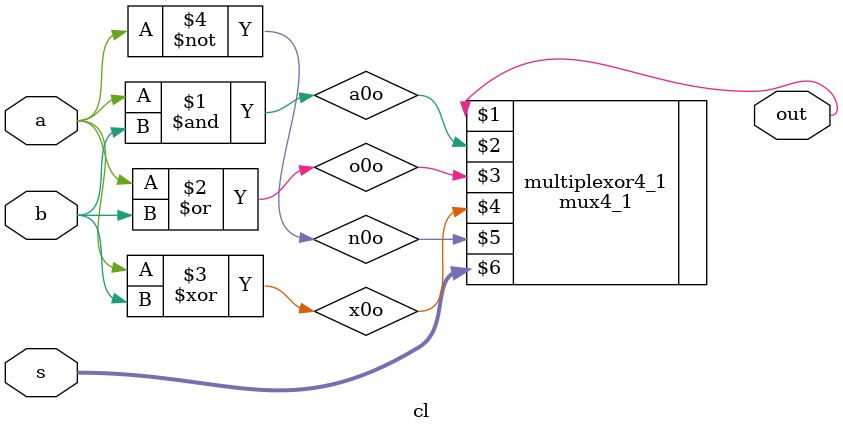
<source format=v>

module cl(output wire out, input wire a, b, input wire [1:0] s);

//Declaraci�n de conexiones internas
wire a0o, o0o, x0o, n0o;

//Instancias de puertas y sus conexiones
and and0 (a0o, a, b);
or  or0  (o0o, a, b);
xor xor2 (x0o, a, b);
not not0 (n0o, a);

mux4_1 multiplexor4_1(out, a0o, o0o, x0o, n0o, s);

endmodule

</source>
